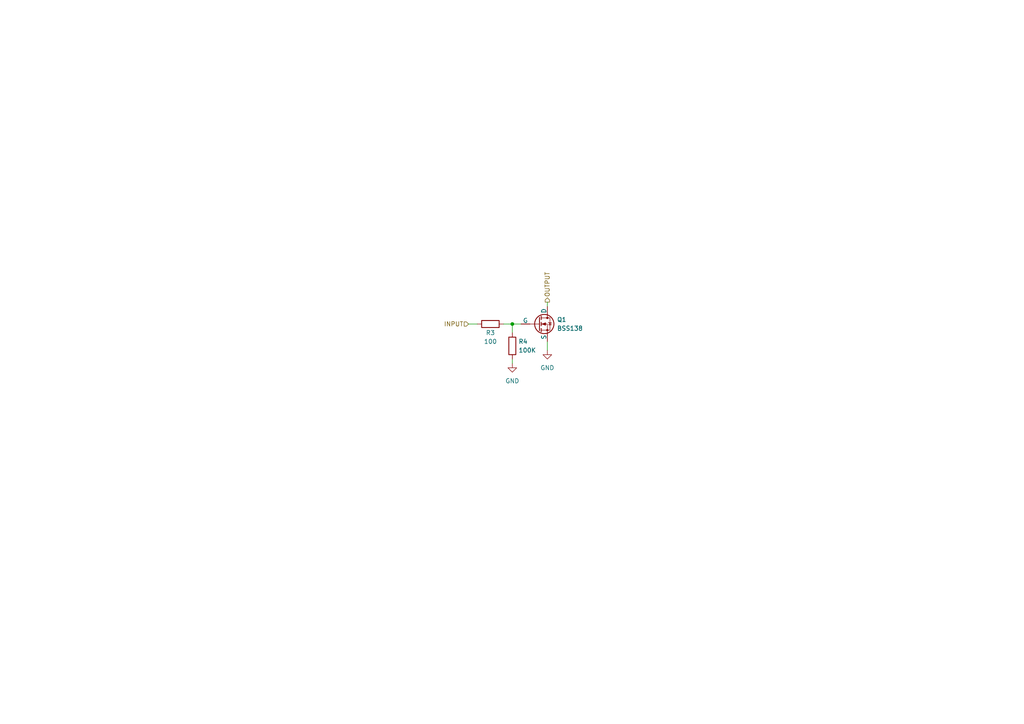
<source format=kicad_sch>
(kicad_sch (version 20250114) (generator "eeschema") (generator_version "9.0")
  (paper "A4")
  (lib_symbols
    (symbol "Device:R" (pin_numbers (hide yes)) (pin_names (offset 0))
      (property "Reference" "R" (at 2.032 0 90))
      (property "Value" "R" (at 0 0 90))
      (symbol "R_0_1"
        (rectangle (start -1.016 -2.54) (end 1.016 2.54) (stroke (width 0.254)))
      )
      (symbol "R_1_1"
        (pin passive line (at 0 3.81 270) (length 1.27) (name "~") (number "1"))
        (pin passive line (at 0 -3.81 90) (length 1.27) (name "~") (number "2"))
      )
    )
    (symbol "Simulation_SPICE:NMOS" (pin_numbers (hide yes)) (pin_names (offset 0))
      (property "Reference" "Q" (at 5.08 1.27 0))
      (property "Value" "NMOS" (at 5.08 -1.27 0))
      (symbol "NMOS_0_1"
        (polyline (pts (xy 0.254 1.905) (xy 0.254 -1.905)) (stroke (width 0.254)))
        (polyline (pts (xy 0.254 0) (xy -2.54 0)))
        (polyline (pts (xy 0.762 2.286) (xy 0.762 1.27)) (stroke (width 0.254)))
        (polyline (pts (xy 0.762 0.508) (xy 0.762 -0.508)) (stroke (width 0.254)))
        (polyline (pts (xy 0.762 -1.27) (xy 0.762 -2.286)) (stroke (width 0.254)))
        (polyline (pts (xy 0.762 -1.778) (xy 3.302 -1.778) (xy 3.302 1.778) (xy 0.762 1.778)))
        (polyline (pts (xy 1.016 0) (xy 2.032 0.381) (xy 2.032 -0.381) (xy 1.016 0)) (fill (type outline)))
        (circle (center 1.651 0) (radius 2.794) (stroke (width 0.254)))
        (polyline (pts (xy 2.54 2.54) (xy 2.54 1.778)))
        (circle (center 2.54 1.778) (radius 0.254) (fill (type outline)))
        (circle (center 2.54 -1.778) (radius 0.254) (fill (type outline)))
        (polyline (pts (xy 2.54 -2.54) (xy 2.54 0) (xy 0.762 0)))
        (polyline (pts (xy 2.794 0.508) (xy 2.921 0.381) (xy 3.683 0.381) (xy 3.81 0.254)))
        (polyline (pts (xy 3.302 0.381) (xy 2.921 -0.254) (xy 3.683 -0.254) (xy 3.302 0.381)))
      )
      (symbol "NMOS_1_1"
        (pin input line (at -5.08 0 0) (length 2.54) (name "G") (number "2"))
        (pin passive line (at 2.54 5.08 270) (length 2.54) (name "D") (number "1"))
        (pin passive line (at 2.54 -5.08 90) (length 2.54) (name "S") (number "3"))
      )
    )
    (symbol "power:GND" (power) (pin_numbers (hide yes)) (pin_names (offset 0) (hide yes))
      (property "Value" "GND" (at 0 -3.81 0))
      (symbol "GND_0_1"
        (polyline (pts (xy 0 0) (xy 0 -1.27) (xy 1.27 -1.27) (xy 0 -2.54) (xy -1.27 -1.27) (xy 0 -1.27)))
      )
      (symbol "GND_1_1"
        (pin power_in line (at 0 0 270) (length 0) (name "~") (number "1"))
      )
    )
  )
  (junction (at 148.59 93.98))
  (wire (pts (xy 148.59 105.41) (xy 148.59 104.14)))
  (wire (pts (xy 148.59 93.98) (xy 151.13 93.98)))
  (wire (pts (xy 135.89 93.98) (xy 138.43 93.98)))
  (wire (pts (xy 146.05 93.98) (xy 148.59 93.98)))
  (wire (pts (xy 158.75 87.63) (xy 158.75 88.9)))
  (wire (pts (xy 158.75 99.06) (xy 158.75 101.6)))
  (wire (pts (xy 148.59 96.52) (xy 148.59 93.98)))
  (hierarchical_label "INPUT" (shape input) (at 135.89 93.98 180))
  (hierarchical_label "OUTPUT" (shape output) (at 158.75 87.63 90))
  (symbol (lib_id "power:GND") (at 148.59 105.41 0) (unit 1)
    (property "Reference" "#PWR021" (effects (hide yes)))
    (property "Value" "GND" (at 148.59 110.49 0))
    (property "Description" "Power symbol creates a global label with name \"GND\" , ground" (effects (hide yes)))
  )
  (symbol (lib_id "power:GND") (at 158.75 101.6 0) (unit 1)
    (property "Reference" "#PWR025" (effects (hide yes)))
    (property "Value" "GND" (at 158.75 106.68 0))
    (property "Description" "Power symbol creates a global label with name \"GND\" , ground" (effects (hide yes)))
  )
  (symbol (lib_id "Simulation_SPICE:NMOS") (at 156.21 93.98 0) (unit 1)
    (property "Reference" "Q1" (at 161.544 92.71 0) (effects (justify left)))
    (property "Value" "BSS138" (at 161.544 95.25 0) (effects (justify left)))
    (property "Datasheet" "https://ngspice.sourceforge.io/docs/ngspice-html-manual/manual.xhtml#cha_MOSFETs" (effects (hide yes)))
    (property "Description" "N-MOSFET transistor, drain/source/gate" (effects (hide yes)))
    (property "Sim.Device" "NMOS" (effects (hide yes)))
    (property "Sim.Type" "VDMOS" (effects (hide yes)))
    (property "Sim.Pins" "1=D 2=G 3=S" (effects (hide yes)))
  )
  (symbol (lib_id "Device:R") (at 148.59 100.33 0) (unit 1)
    (property "Reference" "R4" (at 150.368 99.06 0) (effects (justify left)))
    (property "Value" "100K" (at 150.368 101.6 0) (effects (justify left)))
    (property "Description" "Resistor" (effects (hide yes)))
  )
  (symbol (lib_id "Device:R") (at 142.24 93.98 270) (unit 1)
    (property "Reference" "R3" (at 142.24 96.52 90))
    (property "Value" "100" (at 142.24 99.06 90))
    (property "Description" "Resistor" (effects (hide yes)))
  )
)
</source>
